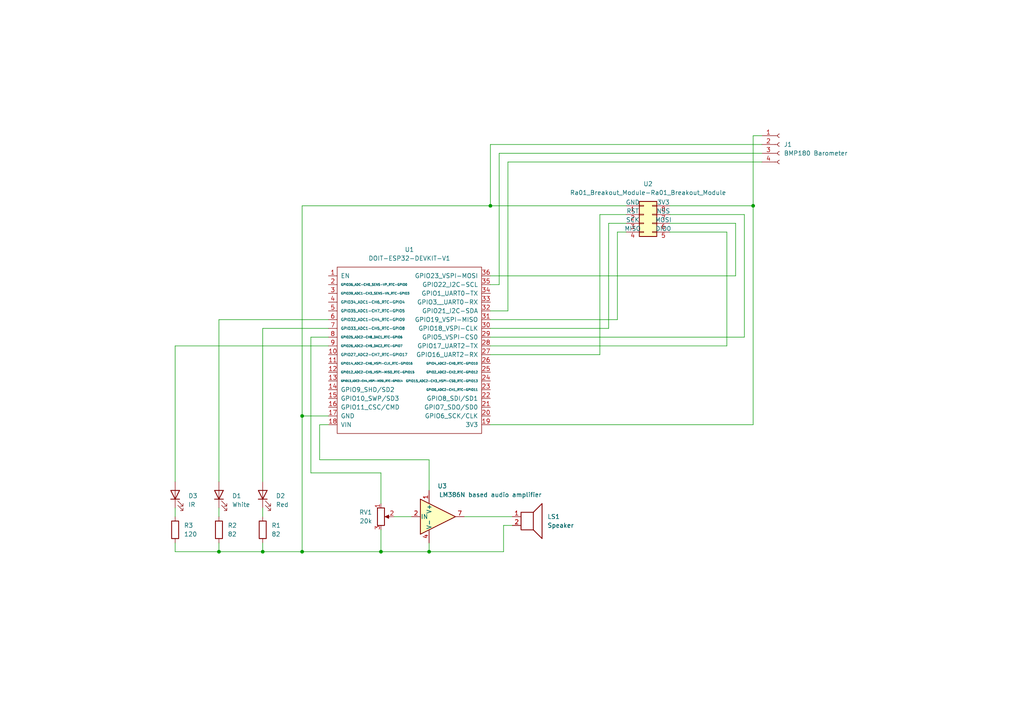
<source format=kicad_sch>
(kicad_sch (version 20231120) (generator "eeschema") (generator_version "8.0")
  (paper "A4")
  (title_block (title "Farm Base Station Schematic") (date "2023-08-14") (company "Jotham Gates") (comment 1 "Originally made as part of a FIT3146 project.") (comment 2 "https://github.com/jgOhYeah/FarmBaseStation"))
  (lib_symbols
    (symbol "Amplifier_Buffer:EL2001CN" (pin_names (offset 0.127))
      (property "Reference" "U" (at 7.62 5.08 0))
      (property "Value" "EL2001CN" (at 7.62 2.54 0))
      (symbol "EL2001CN_0_1"
        (polyline (pts (xy 5.08 0) (xy -5.08 5.08) (xy -5.08 -5.08) (xy 5.08 0)) (stroke (width 0.254)) (fill (type background)))
      )
      (symbol "EL2001CN_1_1"
        (pin power_in line (at -2.54 7.62 270) (length 3.81) (name "V+") (number "1"))
        (pin input line (at -7.62 0 0) (length 2.54) (name "IN") (number "2"))
        (pin no_connect line (at -5.08 2.54 0) (length 2.54) hide (name "NC") (number "3"))
        (pin power_in line (at -2.54 -7.62 90) (length 3.81) (name "V-") (number "4"))
        (pin no_connect line (at -5.08 -2.54 0) (length 2.54) hide (name "NC") (number "5"))
        (pin no_connect line (at -5.08 -5.08 0) (length 2.54) hide (name "NC") (number "6"))
        (pin output line (at 7.62 0 180) (length 2.54) (name "~") (number "7"))
        (pin no_connect line (at -5.08 5.08 0) (length 2.54) hide (name "NC") (number "8"))
      )
    )
    (symbol "Connector:Conn_01x04_Socket" (pin_names (offset 1.016) hide)
      (property "Reference" "J" (at 0 5.08 0))
      (property "Value" "Conn_01x04_Socket" (at 0 -7.62 0))
      (symbol "Conn_01x04_Socket_1_1"
        (arc (start 0 -4.572) (mid -0.5058 -5.08) (end 0 -5.588) (stroke (width 0.1524)))
        (arc (start 0 -2.032) (mid -0.5058 -2.54) (end 0 -3.048) (stroke (width 0.1524)))
        (polyline (pts (xy -1.27 -5.08) (xy -0.508 -5.08)) (stroke (width 0.1524)))
        (polyline (pts (xy -1.27 -2.54) (xy -0.508 -2.54)) (stroke (width 0.1524)))
        (polyline (pts (xy -1.27 0) (xy -0.508 0)) (stroke (width 0.1524)))
        (polyline (pts (xy -1.27 2.54) (xy -0.508 2.54)) (stroke (width 0.1524)))
        (arc (start 0 0.508) (mid -0.5058 0) (end 0 -0.508) (stroke (width 0.1524)))
        (arc (start 0 3.048) (mid -0.5058 2.54) (end 0 2.032) (stroke (width 0.1524)))
        (pin passive line (at -5.08 2.54 0) (length 3.81) (name "Pin_1") (number "1"))
        (pin passive line (at -5.08 0 0) (length 3.81) (name "Pin_2") (number "2"))
        (pin passive line (at -5.08 -2.54 0) (length 3.81) (name "Pin_3") (number "3"))
        (pin passive line (at -5.08 -5.08 0) (length 3.81) (name "Pin_4") (number "4"))
      )
    )
    (symbol "Device:LED" (pin_numbers hide) (pin_names (offset 1.016) hide)
      (property "Reference" "D" (at 0 2.54 0))
      (property "Value" "LED" (at 0 -2.54 0))
      (symbol "LED_0_1"
        (polyline (pts (xy -1.27 -1.27) (xy -1.27 1.27)) (stroke (width 0.254)))
        (polyline (pts (xy -1.27 0) (xy 1.27 0)))
        (polyline (pts (xy 1.27 -1.27) (xy 1.27 1.27) (xy -1.27 0) (xy 1.27 -1.27)) (stroke (width 0.254)))
        (polyline (pts (xy -3.048 -0.762) (xy -4.572 -2.286) (xy -3.81 -2.286) (xy -4.572 -2.286) (xy -4.572 -1.524)))
        (polyline (pts (xy -1.778 -0.762) (xy -3.302 -2.286) (xy -2.54 -2.286) (xy -3.302 -2.286) (xy -3.302 -1.524)))
      )
      (symbol "LED_1_1"
        (pin passive line (at -3.81 0 0) (length 2.54) (name "K") (number "1"))
        (pin passive line (at 3.81 0 180) (length 2.54) (name "A") (number "2"))
      )
    )
    (symbol "Device:R" (pin_numbers hide) (pin_names (offset 0))
      (property "Reference" "R" (at 2.032 0 90))
      (property "Value" "R" (at 0 0 90))
      (symbol "R_0_1"
        (rectangle (start -1.016 -2.54) (end 1.016 2.54) (stroke (width 0.254)))
      )
      (symbol "R_1_1"
        (pin passive line (at 0 3.81 270) (length 1.27) (name "~") (number "1"))
        (pin passive line (at 0 -3.81 90) (length 1.27) (name "~") (number "2"))
      )
    )
    (symbol "Device:R_Potentiometer" (pin_names (offset 1.016) hide)
      (property "Reference" "RV" (at -4.445 0 90))
      (property "Value" "R_Potentiometer" (at -2.54 0 90))
      (symbol "R_Potentiometer_0_1"
        (polyline (pts (xy 2.54 0) (xy 1.524 0)))
        (polyline (pts (xy 1.143 0) (xy 2.286 0.508) (xy 2.286 -0.508) (xy 1.143 0)) (fill (type outline)))
        (rectangle (start 1.016 2.54) (end -1.016 -2.54) (stroke (width 0.254)))
      )
      (symbol "R_Potentiometer_1_1"
        (pin passive line (at 0 3.81 270) (length 1.27) (name "1") (number "1"))
        (pin passive line (at 3.81 0 180) (length 1.27) (name "2") (number "2"))
        (pin passive line (at 0 -3.81 90) (length 1.27) (name "3") (number "3"))
      )
    )
    (symbol "Device:Speaker" (pin_names (offset 0) hide)
      (property "Reference" "LS" (at 1.27 5.715 0))
      (property "Value" "Speaker" (at 1.27 3.81 0))
      (symbol "Speaker_0_0"
        (rectangle (start -2.54 1.27) (end 1.016 -3.81) (stroke (width 0.254)))
        (polyline (pts (xy 1.016 1.27) (xy 3.556 3.81) (xy 3.556 -6.35) (xy 1.016 -3.81)) (stroke (width 0.254)))
      )
      (symbol "Speaker_1_1"
        (pin input line (at -5.08 0 0) (length 2.54) (name "1") (number "1"))
        (pin input line (at -5.08 -2.54 0) (length 2.54) (name "2") (number "2"))
      )
    )
    (symbol "PumpMonitorRescue:Ra01_Breakout_Module-Ra01_Breakout_Module" (pin_names (offset 0))
      (property "Reference" "U" (at 1.27 5.08 0))
      (property "Value" "Ra01_Breakout_Module-Ra01_Breakout_Module" (at 1.27 -7.62 0))
      (symbol "Ra01_Breakout_Module-Ra01_Breakout_Module_1_1"
        (rectangle (start -1.27 -4.953) (end 0 -5.207) (stroke (width 0.1524)))
        (rectangle (start -1.27 -2.413) (end 0 -2.667) (stroke (width 0.1524)))
        (rectangle (start -1.27 0.127) (end 0 -0.127) (stroke (width 0.1524)))
        (rectangle (start -1.27 2.667) (end 0 2.413) (stroke (width 0.1524)))
        (rectangle (start -1.27 3.81) (end 3.81 -6.35) (stroke (width 0.254)) (fill (type background)))
        (rectangle (start 3.81 -4.953) (end 2.54 -5.207) (stroke (width 0.1524)))
        (rectangle (start 3.81 -2.413) (end 2.54 -2.667) (stroke (width 0.1524)))
        (rectangle (start 3.81 0.127) (end 2.54 -0.127) (stroke (width 0.1524)))
        (rectangle (start 3.81 2.667) (end 2.54 2.413) (stroke (width 0.1524)))
        (pin power_in line (at -5.08 2.54 0) (length 3.81) (name "GND") (number "1"))
        (pin input line (at -5.08 0 0) (length 3.81) (name "RST") (number "2"))
        (pin input line (at -5.08 -2.54 0) (length 3.81) (name "SCK") (number "3"))
        (pin output line (at -5.08 -5.08 0) (length 3.81) (name "MISO") (number "4"))
        (pin bidirectional line (at 7.62 -5.08 180) (length 3.81) (name "DIO0") (number "5"))
        (pin input line (at 7.62 -2.54 180) (length 3.81) (name "MOSI") (number "6"))
        (pin input line (at 7.62 0 180) (length 3.81) (name "NSS") (number "7"))
        (pin power_in line (at 7.62 2.54 180) (length 3.81) (name "3V3") (number "8"))
      )
    )
    (symbol "doit-esp32-devkit-v1:DOIT-ESP32-DEVKIT-V1" (pin_names (offset 1.016))
      (property "Reference" "U" (at -1.27 11.43 0))
      (property "Value" "DOIT-ESP32-DEVKIT-V1" (at 0 13.97 0))
      (symbol "DOIT-ESP32-DEVKIT-V1_0_1"
        (rectangle (start 20.32 10.16) (end -21.59 -38.1))
      )
      (symbol "DOIT-ESP32-DEVKIT-V1_1_1"
        (pin output line (at -24.13 7.62 0) (length 2.54) (name "EN") (number "1"))
        (pin bidirectional line (at -24.13 -15.24 0) (length 2.54) (name "GPIO27_ADC2-CH7_RTC-GPIO17") (number "10"))
        (pin bidirectional line (at -24.13 -17.78 0) (length 2.54) (name "GPIO14_ADC2-CH6_HSPI-CLK_RTC-GPIO16") (number "11"))
        (pin bidirectional line (at -24.13 -20.32 0) (length 2.54) (name "GPIO12_ADC2-CH5_HSPI-MISO_RTC-GPIO15") (number "12"))
        (pin bidirectional line (at -24.13 -22.86 0) (length 2.54) (name "GPIO13_ADC2-CH4_HSPI-MOSI_RTC-GPIO14") (number "13"))
        (pin unspecified line (at -24.13 -25.4 0) (length 2.54) (name "GPIO9_SHD/SD2") (number "14"))
        (pin unspecified line (at -24.13 -27.94 0) (length 2.54) (name "GPIO10_SWP/SD3") (number "15"))
        (pin unspecified line (at -24.13 -30.48 0) (length 2.54) (name "GPIO11_CSC/CMD") (number "16"))
        (pin bidirectional line (at -24.13 -33.02 0) (length 2.54) (name "GND") (number "17"))
        (pin bidirectional line (at -24.13 -35.56 0) (length 2.54) (name "VIN") (number "18"))
        (pin output line (at 22.86 -35.56 180) (length 2.54) (name "3V3") (number "19"))
        (pin bidirectional line (at -24.13 5.08 0) (length 2.54) (name "GPIO36_ADC-CH0_SENS-VP_RTC-GPIO0") (number "2"))
        (pin unspecified line (at 22.86 -33.02 180) (length 2.54) (name "GPIO6_SCK/CLK") (number "20"))
        (pin unspecified line (at 22.86 -30.48 180) (length 2.54) (name "GPIO7_SDO/SD0") (number "21"))
        (pin unspecified line (at 22.86 -27.94 180) (length 2.54) (name "GPIO8_SDI/SD1") (number "22"))
        (pin bidirectional line (at 22.86 -25.4 180) (length 2.54) (name "GPIO0_ADC2-CH1_RTC-GPIO11") (number "23"))
        (pin bidirectional line (at 22.86 -22.86 180) (length 2.54) (name "GPIO15_ADC2-CH3_HSPI-CS0_RTC-GPIO13") (number "24"))
        (pin bidirectional line (at 22.86 -20.32 180) (length 2.54) (name "GPIO2_ADC2-CH2_RTC-GPIO12") (number "25"))
        (pin bidirectional line (at 22.86 -17.78 180) (length 2.54) (name "GPIO4_ADC2-CH0_RTC-GPIO10") (number "26"))
        (pin bidirectional line (at 22.86 -15.24 180) (length 2.54) (name "GPIO16_UART2-RX") (number "27"))
        (pin bidirectional line (at 22.86 -12.7 180) (length 2.54) (name "GPIO17_UART2-TX") (number "28"))
        (pin bidirectional line (at 22.86 -10.16 180) (length 2.54) (name "GPIO5_VSPI-CS0") (number "29"))
        (pin bidirectional line (at -24.13 2.54 0) (length 2.54) (name "GPIO39_ADC1-CH3_SENS-VN_RTC-GPIO3") (number "3"))
        (pin bidirectional line (at 22.86 -7.62 180) (length 2.54) (name "GPIO18_VSPI-CLK") (number "30"))
        (pin bidirectional line (at 22.86 -5.08 180) (length 2.54) (name "GPIO19_VSPI-MISO") (number "31"))
        (pin bidirectional line (at 22.86 -2.54 180) (length 2.54) (name "GPIO21_I2C-SDA") (number "32"))
        (pin bidirectional line (at 22.86 0 180) (length 2.54) (name "GPIO3__UART0-RX") (number "33"))
        (pin bidirectional line (at 22.86 2.54 180) (length 2.54) (name "GPIO1_UART0-TX") (number "34"))
        (pin bidirectional line (at 22.86 5.08 180) (length 2.54) (name "GPIO22_I2C-SCL") (number "35"))
        (pin bidirectional line (at 22.86 7.62 180) (length 2.54) (name "GPIO23_VSPI-MOSI") (number "36"))
        (pin bidirectional line (at -24.13 0 0) (length 2.54) (name "GPIO34_ADC1-CH6_RTC-GPIO4") (number "4"))
        (pin bidirectional line (at -24.13 -2.54 0) (length 2.54) (name "GPIO35_ADC1-CH7_RTC-GPIO5") (number "5"))
        (pin bidirectional line (at -24.13 -5.08 0) (length 2.54) (name "GPIO32_ADC1-CH4_RTC-GPIO9") (number "6"))
        (pin bidirectional line (at -24.13 -7.62 0) (length 2.54) (name "GPIO33_ADC1-CH5_RTC-GPIO8") (number "7"))
        (pin bidirectional line (at -24.13 -10.16 0) (length 2.54) (name "GPIO25_ADC2-CH8_DAC1_RTC-GPIO6") (number "8"))
        (pin bidirectional line (at -24.13 -12.7 0) (length 2.54) (name "GPIO26_ADC2-CH9_DAC2_RTC-GPIO7") (number "9"))
      )
    )
  )
  (junction (at 218.44 59.69))
  (junction (at 63.5 160.02))
  (junction (at 110.49 160.02))
  (junction (at 76.2 160.02))
  (junction (at 142.24 59.69))
  (junction (at 124.46 160.02))
  (junction (at 87.63 120.65))
  (junction (at 87.63 160.02))
  (wire (pts (xy 114.3 149.86) (xy 119.38 149.86)))
  (wire (pts (xy 63.5 92.71) (xy 95.25 92.71)))
  (wire (pts (xy 220.98 46.99) (xy 147.32 46.99)))
  (wire (pts (xy 124.46 160.02) (xy 124.46 157.48)))
  (wire (pts (xy 194.31 64.77) (xy 213.36 64.77)))
  (wire (pts (xy 92.71 123.19) (xy 95.25 123.19)))
  (wire (pts (xy 181.61 62.23) (xy 173.99 62.23)))
  (wire (pts (xy 210.82 67.31) (xy 210.82 100.33)))
  (wire (pts (xy 218.44 39.37) (xy 218.44 59.69)))
  (wire (pts (xy 63.5 157.48) (xy 63.5 160.02)))
  (wire (pts (xy 146.05 160.02) (xy 124.46 160.02)))
  (wire (pts (xy 63.5 139.7) (xy 63.5 92.71)))
  (wire (pts (xy 176.53 64.77) (xy 176.53 95.25)))
  (wire (pts (xy 181.61 67.31) (xy 179.07 67.31)))
  (wire (pts (xy 50.8 157.48) (xy 50.8 160.02)))
  (wire (pts (xy 179.07 92.71) (xy 142.24 92.71)))
  (wire (pts (xy 194.31 67.31) (xy 210.82 67.31)))
  (wire (pts (xy 110.49 160.02) (xy 124.46 160.02)))
  (wire (pts (xy 76.2 160.02) (xy 87.63 160.02)))
  (wire (pts (xy 50.8 160.02) (xy 63.5 160.02)))
  (wire (pts (xy 142.24 97.79) (xy 215.9 97.79)))
  (wire (pts (xy 90.17 97.79) (xy 95.25 97.79)))
  (wire (pts (xy 63.5 147.32) (xy 63.5 149.86)))
  (wire (pts (xy 76.2 147.32) (xy 76.2 149.86)))
  (wire (pts (xy 210.82 100.33) (xy 142.24 100.33)))
  (wire (pts (xy 92.71 133.35) (xy 124.46 133.35)))
  (wire (pts (xy 147.32 90.17) (xy 142.24 90.17)))
  (wire (pts (xy 142.24 41.91) (xy 142.24 59.69)))
  (wire (pts (xy 181.61 64.77) (xy 176.53 64.77)))
  (wire (pts (xy 173.99 62.23) (xy 173.99 102.87)))
  (wire (pts (xy 176.53 95.25) (xy 142.24 95.25)))
  (wire (pts (xy 142.24 59.69) (xy 181.61 59.69)))
  (wire (pts (xy 147.32 46.99) (xy 147.32 90.17)))
  (wire (pts (xy 148.59 152.4) (xy 146.05 152.4)))
  (wire (pts (xy 92.71 123.19) (xy 92.71 133.35)))
  (wire (pts (xy 87.63 59.69) (xy 87.63 120.65)))
  (wire (pts (xy 95.25 95.25) (xy 76.2 95.25)))
  (wire (pts (xy 76.2 95.25) (xy 76.2 139.7)))
  (wire (pts (xy 110.49 137.16) (xy 90.17 137.16)))
  (wire (pts (xy 63.5 160.02) (xy 76.2 160.02)))
  (wire (pts (xy 142.24 80.01) (xy 213.36 80.01)))
  (wire (pts (xy 110.49 153.67) (xy 110.49 160.02)))
  (wire (pts (xy 179.07 67.31) (xy 179.07 92.71)))
  (wire (pts (xy 215.9 62.23) (xy 194.31 62.23)))
  (wire (pts (xy 50.8 100.33) (xy 95.25 100.33)))
  (wire (pts (xy 87.63 59.69) (xy 142.24 59.69)))
  (wire (pts (xy 87.63 160.02) (xy 87.63 120.65)))
  (wire (pts (xy 50.8 139.7) (xy 50.8 100.33)))
  (wire (pts (xy 215.9 97.79) (xy 215.9 62.23)))
  (wire (pts (xy 144.78 44.45) (xy 220.98 44.45)))
  (wire (pts (xy 124.46 133.35) (xy 124.46 142.24)))
  (wire (pts (xy 142.24 123.19) (xy 218.44 123.19)))
  (wire (pts (xy 110.49 160.02) (xy 87.63 160.02)))
  (wire (pts (xy 50.8 147.32) (xy 50.8 149.86)))
  (wire (pts (xy 90.17 137.16) (xy 90.17 97.79)))
  (wire (pts (xy 220.98 41.91) (xy 142.24 41.91)))
  (wire (pts (xy 76.2 157.48) (xy 76.2 160.02)))
  (wire (pts (xy 220.98 39.37) (xy 218.44 39.37)))
  (wire (pts (xy 213.36 64.77) (xy 213.36 80.01)))
  (wire (pts (xy 142.24 82.55) (xy 144.78 82.55)))
  (wire (pts (xy 173.99 102.87) (xy 142.24 102.87)))
  (wire (pts (xy 134.62 149.86) (xy 148.59 149.86)))
  (wire (pts (xy 144.78 82.55) (xy 144.78 44.45)))
  (wire (pts (xy 218.44 59.69) (xy 194.31 59.69)))
  (wire (pts (xy 87.63 120.65) (xy 95.25 120.65)))
  (wire (pts (xy 110.49 146.05) (xy 110.49 137.16)))
  (wire (pts (xy 218.44 123.19) (xy 218.44 59.69)))
  (wire (pts (xy 146.05 152.4) (xy 146.05 160.02)))
  (symbol (lib_id "Device:LED") (at 50.8 143.51 90) (unit 1)
    (property "Reference" "D3" (at 54.61 143.8274 90) (effects (justify right)))
    (property "Value" "IR" (at 54.61 146.3674 90) (effects (justify right)))
  )
  (symbol (lib_id "Device:LED") (at 63.5 143.51 90) (unit 1)
    (property "Reference" "D1" (at 67.31 143.8275 90) (effects (justify right)))
    (property "Value" "White" (at 67.31 146.3675 90) (effects (justify right)))
  )
  (symbol (lib_id "Device:R") (at 76.2 153.67 180) (unit 1)
    (property "Reference" "R1" (at 78.74 152.4 0) (effects (justify right)))
    (property "Value" "82" (at 78.74 154.94 0) (effects (justify right)))
  )
  (symbol (lib_id "Device:LED") (at 76.2 143.51 90) (unit 1)
    (property "Reference" "D2" (at 80.01 143.8275 90) (effects (justify right)))
    (property "Value" "Red" (at 80.01 146.3675 90) (effects (justify right)))
  )
  (symbol (lib_id "Device:Speaker") (at 153.67 149.86 0) (unit 1)
    (property "Reference" "LS1" (at 158.75 149.86 0) (effects (justify left)))
    (property "Value" "Speaker" (at 158.75 152.4 0) (effects (justify left)))
  )
  (symbol (lib_id "Amplifier_Buffer:EL2001CN") (at 127 149.86 0) (unit 1)
    (property "Reference" "U3" (at 128.27 140.97 0))
    (property "Value" "LM386N based audio amplifier" (at 142.24 143.51 0))
    (property "Footprint" "Package_DIP:DIP-8_W7.62mm" (effects (hide yes)))
    (property "Datasheet" "http://www.datasheetlib.com/datasheet/677973/el2001_intersil.html#datasheet" (effects (hide yes)))
  )
  (symbol (lib_id "Connector:Conn_01x04_Socket") (at 226.06 41.91 0) (unit 1)
    (property "Reference" "J1" (at 227.33 41.9099 0) (effects (justify left)))
    (property "Value" "BMP180 Barometer" (at 227.33 44.4499 0) (effects (justify left)))
    (property "Description" "Generic connector, single row, 01x04, script generated" (effects (hide yes)))
  )
  (symbol (lib_id "PumpMonitorRescue:Ra01_Breakout_Module-Ra01_Breakout_Module") (at 186.69 62.23 0) (unit 1)
    (property "Reference" "U2" (at 187.96 53.34 0))
    (property "Value" "Ra01_Breakout_Module-Ra01_Breakout_Module" (at 187.96 55.88 0))
  )
  (symbol (lib_id "Device:R_Potentiometer") (at 110.49 149.86 0) (unit 1)
    (property "Reference" "RV1" (at 107.95 148.59 0) (effects (justify right)))
    (property "Value" "20k" (at 107.95 151.13 0) (effects (justify right)))
  )
  (symbol (lib_id "doit-esp32-devkit-v1:DOIT-ESP32-DEVKIT-V1") (at 119.38 87.63 0) (unit 1)
    (property "Reference" "U1" (at 118.745 72.39 0))
    (property "Value" "DOIT-ESP32-DEVKIT-V1" (at 118.745 74.93 0))
  )
  (symbol (lib_id "Device:R") (at 63.5 153.67 180) (unit 1)
    (property "Reference" "R2" (at 66.04 152.4 0) (effects (justify right)))
    (property "Value" "82" (at 66.04 154.94 0) (effects (justify right)))
  )
  (symbol (lib_id "Device:R") (at 50.8 153.67 180) (unit 1)
    (property "Reference" "R3" (at 53.34 152.3999 0) (effects (justify right)))
    (property "Value" "120" (at 53.34 154.9399 0) (effects (justify right)))
  )
)
</source>
